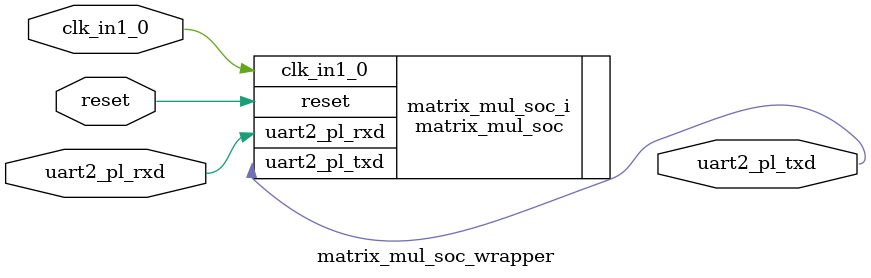
<source format=v>
`timescale 1 ps / 1 ps

module matrix_mul_soc_wrapper
   (clk_in1_0,
    reset,
    uart2_pl_rxd,
    uart2_pl_txd);
  input clk_in1_0;
  input reset;
  input uart2_pl_rxd;
  output uart2_pl_txd;

  wire clk_in1_0;
  wire reset;
  wire uart2_pl_rxd;
  wire uart2_pl_txd;

  matrix_mul_soc matrix_mul_soc_i
       (.clk_in1_0(clk_in1_0),
        .reset(reset),
        .uart2_pl_rxd(uart2_pl_rxd),
        .uart2_pl_txd(uart2_pl_txd));
endmodule

</source>
